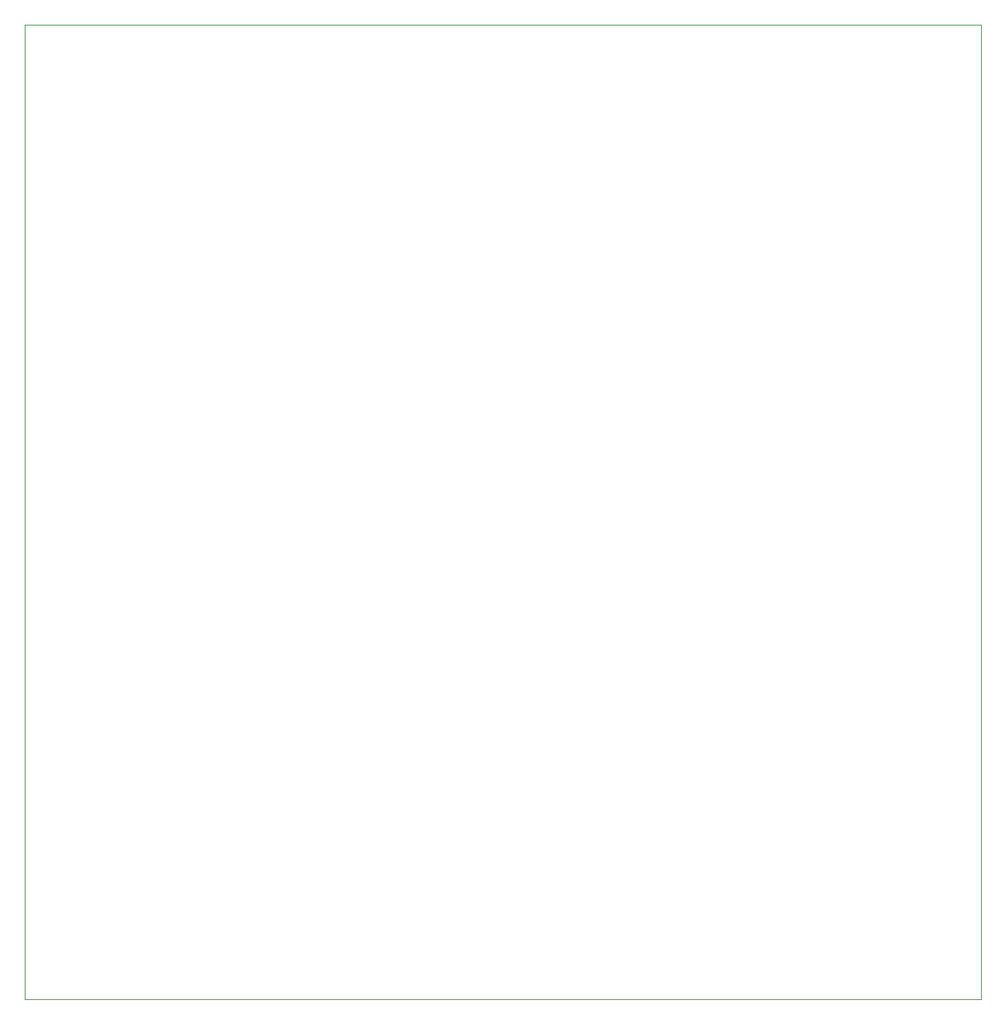
<source format=gbr>
%TF.GenerationSoftware,KiCad,Pcbnew,5.99.0-unknown-b84d1456d5~131~ubuntu20.04.1*%
%TF.CreationDate,2021-09-23T18:16:05-05:00*%
%TF.ProjectId,AP2000,41503230-3030-42e6-9b69-6361645f7063,rev?*%
%TF.SameCoordinates,Original*%
%TF.FileFunction,Profile,NP*%
%FSLAX46Y46*%
G04 Gerber Fmt 4.6, Leading zero omitted, Abs format (unit mm)*
G04 Created by KiCad (PCBNEW 5.99.0-unknown-b84d1456d5~131~ubuntu20.04.1) date 2021-09-23 18:16:05*
%MOMM*%
%LPD*%
G01*
G04 APERTURE LIST*
%TA.AperFunction,Profile*%
%ADD10C,0.100000*%
%TD*%
G04 APERTURE END LIST*
D10*
X108000000Y0D02*
X108000000Y-110000000D01*
X0Y0D02*
X108000000Y0D01*
X0Y-110000000D02*
X108000000Y-110000000D01*
X0Y-110000000D02*
X0Y0D01*
M02*

</source>
